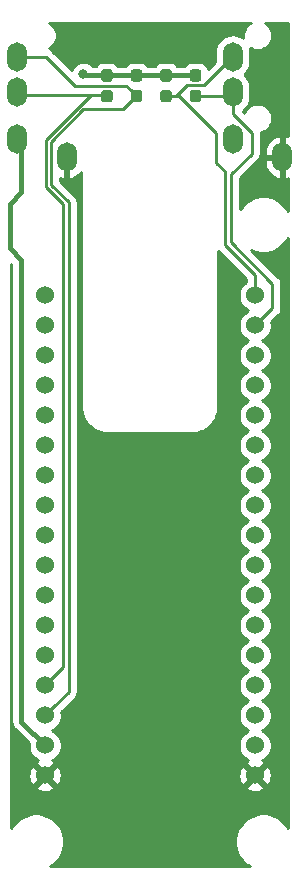
<source format=gbl>
G04 #@! TF.GenerationSoftware,KiCad,Pcbnew,(5.1.0-0)*
G04 #@! TF.CreationDate,2019-06-09T21:10:29+02:00*
G04 #@! TF.ProjectId,blackpill-pendant,626c6163-6b70-4696-9c6c-2d70656e6461,rev?*
G04 #@! TF.SameCoordinates,Original*
G04 #@! TF.FileFunction,Copper,L2,Bot*
G04 #@! TF.FilePolarity,Positive*
%FSLAX46Y46*%
G04 Gerber Fmt 4.6, Leading zero omitted, Abs format (unit mm)*
G04 Created by KiCad (PCBNEW (5.1.0-0)) date 2019-06-09 21:10:29*
%MOMM*%
%LPD*%
G04 APERTURE LIST*
%ADD10O,1.700000X2.500000*%
%ADD11C,0.100000*%
%ADD12C,0.950000*%
%ADD13C,1.524000*%
%ADD14C,0.800000*%
%ADD15C,0.250000*%
%ADD16C,0.400000*%
%ADD17C,0.254000*%
G04 APERTURE END LIST*
D10*
X100850000Y-63300000D03*
X96650000Y-61800000D03*
X96650000Y-57800000D03*
X96650000Y-54800000D03*
X82600000Y-63300000D03*
X78400000Y-61800000D03*
X78400000Y-57800000D03*
X78400000Y-54800000D03*
D11*
G36*
X93760779Y-57601144D02*
G01*
X93783834Y-57604563D01*
X93806443Y-57610227D01*
X93828387Y-57618079D01*
X93849457Y-57628044D01*
X93869448Y-57640026D01*
X93888168Y-57653910D01*
X93905438Y-57669562D01*
X93921090Y-57686832D01*
X93934974Y-57705552D01*
X93946956Y-57725543D01*
X93956921Y-57746613D01*
X93964773Y-57768557D01*
X93970437Y-57791166D01*
X93973856Y-57814221D01*
X93975000Y-57837500D01*
X93975000Y-58412500D01*
X93973856Y-58435779D01*
X93970437Y-58458834D01*
X93964773Y-58481443D01*
X93956921Y-58503387D01*
X93946956Y-58524457D01*
X93934974Y-58544448D01*
X93921090Y-58563168D01*
X93905438Y-58580438D01*
X93888168Y-58596090D01*
X93869448Y-58609974D01*
X93849457Y-58621956D01*
X93828387Y-58631921D01*
X93806443Y-58639773D01*
X93783834Y-58645437D01*
X93760779Y-58648856D01*
X93737500Y-58650000D01*
X93262500Y-58650000D01*
X93239221Y-58648856D01*
X93216166Y-58645437D01*
X93193557Y-58639773D01*
X93171613Y-58631921D01*
X93150543Y-58621956D01*
X93130552Y-58609974D01*
X93111832Y-58596090D01*
X93094562Y-58580438D01*
X93078910Y-58563168D01*
X93065026Y-58544448D01*
X93053044Y-58524457D01*
X93043079Y-58503387D01*
X93035227Y-58481443D01*
X93029563Y-58458834D01*
X93026144Y-58435779D01*
X93025000Y-58412500D01*
X93025000Y-57837500D01*
X93026144Y-57814221D01*
X93029563Y-57791166D01*
X93035227Y-57768557D01*
X93043079Y-57746613D01*
X93053044Y-57725543D01*
X93065026Y-57705552D01*
X93078910Y-57686832D01*
X93094562Y-57669562D01*
X93111832Y-57653910D01*
X93130552Y-57640026D01*
X93150543Y-57628044D01*
X93171613Y-57618079D01*
X93193557Y-57610227D01*
X93216166Y-57604563D01*
X93239221Y-57601144D01*
X93262500Y-57600000D01*
X93737500Y-57600000D01*
X93760779Y-57601144D01*
X93760779Y-57601144D01*
G37*
D12*
X93500000Y-58125000D03*
D11*
G36*
X93760779Y-55851144D02*
G01*
X93783834Y-55854563D01*
X93806443Y-55860227D01*
X93828387Y-55868079D01*
X93849457Y-55878044D01*
X93869448Y-55890026D01*
X93888168Y-55903910D01*
X93905438Y-55919562D01*
X93921090Y-55936832D01*
X93934974Y-55955552D01*
X93946956Y-55975543D01*
X93956921Y-55996613D01*
X93964773Y-56018557D01*
X93970437Y-56041166D01*
X93973856Y-56064221D01*
X93975000Y-56087500D01*
X93975000Y-56662500D01*
X93973856Y-56685779D01*
X93970437Y-56708834D01*
X93964773Y-56731443D01*
X93956921Y-56753387D01*
X93946956Y-56774457D01*
X93934974Y-56794448D01*
X93921090Y-56813168D01*
X93905438Y-56830438D01*
X93888168Y-56846090D01*
X93869448Y-56859974D01*
X93849457Y-56871956D01*
X93828387Y-56881921D01*
X93806443Y-56889773D01*
X93783834Y-56895437D01*
X93760779Y-56898856D01*
X93737500Y-56900000D01*
X93262500Y-56900000D01*
X93239221Y-56898856D01*
X93216166Y-56895437D01*
X93193557Y-56889773D01*
X93171613Y-56881921D01*
X93150543Y-56871956D01*
X93130552Y-56859974D01*
X93111832Y-56846090D01*
X93094562Y-56830438D01*
X93078910Y-56813168D01*
X93065026Y-56794448D01*
X93053044Y-56774457D01*
X93043079Y-56753387D01*
X93035227Y-56731443D01*
X93029563Y-56708834D01*
X93026144Y-56685779D01*
X93025000Y-56662500D01*
X93025000Y-56087500D01*
X93026144Y-56064221D01*
X93029563Y-56041166D01*
X93035227Y-56018557D01*
X93043079Y-55996613D01*
X93053044Y-55975543D01*
X93065026Y-55955552D01*
X93078910Y-55936832D01*
X93094562Y-55919562D01*
X93111832Y-55903910D01*
X93130552Y-55890026D01*
X93150543Y-55878044D01*
X93171613Y-55868079D01*
X93193557Y-55860227D01*
X93216166Y-55854563D01*
X93239221Y-55851144D01*
X93262500Y-55850000D01*
X93737500Y-55850000D01*
X93760779Y-55851144D01*
X93760779Y-55851144D01*
G37*
D12*
X93500000Y-56375000D03*
D11*
G36*
X91260779Y-57601144D02*
G01*
X91283834Y-57604563D01*
X91306443Y-57610227D01*
X91328387Y-57618079D01*
X91349457Y-57628044D01*
X91369448Y-57640026D01*
X91388168Y-57653910D01*
X91405438Y-57669562D01*
X91421090Y-57686832D01*
X91434974Y-57705552D01*
X91446956Y-57725543D01*
X91456921Y-57746613D01*
X91464773Y-57768557D01*
X91470437Y-57791166D01*
X91473856Y-57814221D01*
X91475000Y-57837500D01*
X91475000Y-58412500D01*
X91473856Y-58435779D01*
X91470437Y-58458834D01*
X91464773Y-58481443D01*
X91456921Y-58503387D01*
X91446956Y-58524457D01*
X91434974Y-58544448D01*
X91421090Y-58563168D01*
X91405438Y-58580438D01*
X91388168Y-58596090D01*
X91369448Y-58609974D01*
X91349457Y-58621956D01*
X91328387Y-58631921D01*
X91306443Y-58639773D01*
X91283834Y-58645437D01*
X91260779Y-58648856D01*
X91237500Y-58650000D01*
X90762500Y-58650000D01*
X90739221Y-58648856D01*
X90716166Y-58645437D01*
X90693557Y-58639773D01*
X90671613Y-58631921D01*
X90650543Y-58621956D01*
X90630552Y-58609974D01*
X90611832Y-58596090D01*
X90594562Y-58580438D01*
X90578910Y-58563168D01*
X90565026Y-58544448D01*
X90553044Y-58524457D01*
X90543079Y-58503387D01*
X90535227Y-58481443D01*
X90529563Y-58458834D01*
X90526144Y-58435779D01*
X90525000Y-58412500D01*
X90525000Y-57837500D01*
X90526144Y-57814221D01*
X90529563Y-57791166D01*
X90535227Y-57768557D01*
X90543079Y-57746613D01*
X90553044Y-57725543D01*
X90565026Y-57705552D01*
X90578910Y-57686832D01*
X90594562Y-57669562D01*
X90611832Y-57653910D01*
X90630552Y-57640026D01*
X90650543Y-57628044D01*
X90671613Y-57618079D01*
X90693557Y-57610227D01*
X90716166Y-57604563D01*
X90739221Y-57601144D01*
X90762500Y-57600000D01*
X91237500Y-57600000D01*
X91260779Y-57601144D01*
X91260779Y-57601144D01*
G37*
D12*
X91000000Y-58125000D03*
D11*
G36*
X91260779Y-55851144D02*
G01*
X91283834Y-55854563D01*
X91306443Y-55860227D01*
X91328387Y-55868079D01*
X91349457Y-55878044D01*
X91369448Y-55890026D01*
X91388168Y-55903910D01*
X91405438Y-55919562D01*
X91421090Y-55936832D01*
X91434974Y-55955552D01*
X91446956Y-55975543D01*
X91456921Y-55996613D01*
X91464773Y-56018557D01*
X91470437Y-56041166D01*
X91473856Y-56064221D01*
X91475000Y-56087500D01*
X91475000Y-56662500D01*
X91473856Y-56685779D01*
X91470437Y-56708834D01*
X91464773Y-56731443D01*
X91456921Y-56753387D01*
X91446956Y-56774457D01*
X91434974Y-56794448D01*
X91421090Y-56813168D01*
X91405438Y-56830438D01*
X91388168Y-56846090D01*
X91369448Y-56859974D01*
X91349457Y-56871956D01*
X91328387Y-56881921D01*
X91306443Y-56889773D01*
X91283834Y-56895437D01*
X91260779Y-56898856D01*
X91237500Y-56900000D01*
X90762500Y-56900000D01*
X90739221Y-56898856D01*
X90716166Y-56895437D01*
X90693557Y-56889773D01*
X90671613Y-56881921D01*
X90650543Y-56871956D01*
X90630552Y-56859974D01*
X90611832Y-56846090D01*
X90594562Y-56830438D01*
X90578910Y-56813168D01*
X90565026Y-56794448D01*
X90553044Y-56774457D01*
X90543079Y-56753387D01*
X90535227Y-56731443D01*
X90529563Y-56708834D01*
X90526144Y-56685779D01*
X90525000Y-56662500D01*
X90525000Y-56087500D01*
X90526144Y-56064221D01*
X90529563Y-56041166D01*
X90535227Y-56018557D01*
X90543079Y-55996613D01*
X90553044Y-55975543D01*
X90565026Y-55955552D01*
X90578910Y-55936832D01*
X90594562Y-55919562D01*
X90611832Y-55903910D01*
X90630552Y-55890026D01*
X90650543Y-55878044D01*
X90671613Y-55868079D01*
X90693557Y-55860227D01*
X90716166Y-55854563D01*
X90739221Y-55851144D01*
X90762500Y-55850000D01*
X91237500Y-55850000D01*
X91260779Y-55851144D01*
X91260779Y-55851144D01*
G37*
D12*
X91000000Y-56375000D03*
D11*
G36*
X86260779Y-57601144D02*
G01*
X86283834Y-57604563D01*
X86306443Y-57610227D01*
X86328387Y-57618079D01*
X86349457Y-57628044D01*
X86369448Y-57640026D01*
X86388168Y-57653910D01*
X86405438Y-57669562D01*
X86421090Y-57686832D01*
X86434974Y-57705552D01*
X86446956Y-57725543D01*
X86456921Y-57746613D01*
X86464773Y-57768557D01*
X86470437Y-57791166D01*
X86473856Y-57814221D01*
X86475000Y-57837500D01*
X86475000Y-58412500D01*
X86473856Y-58435779D01*
X86470437Y-58458834D01*
X86464773Y-58481443D01*
X86456921Y-58503387D01*
X86446956Y-58524457D01*
X86434974Y-58544448D01*
X86421090Y-58563168D01*
X86405438Y-58580438D01*
X86388168Y-58596090D01*
X86369448Y-58609974D01*
X86349457Y-58621956D01*
X86328387Y-58631921D01*
X86306443Y-58639773D01*
X86283834Y-58645437D01*
X86260779Y-58648856D01*
X86237500Y-58650000D01*
X85762500Y-58650000D01*
X85739221Y-58648856D01*
X85716166Y-58645437D01*
X85693557Y-58639773D01*
X85671613Y-58631921D01*
X85650543Y-58621956D01*
X85630552Y-58609974D01*
X85611832Y-58596090D01*
X85594562Y-58580438D01*
X85578910Y-58563168D01*
X85565026Y-58544448D01*
X85553044Y-58524457D01*
X85543079Y-58503387D01*
X85535227Y-58481443D01*
X85529563Y-58458834D01*
X85526144Y-58435779D01*
X85525000Y-58412500D01*
X85525000Y-57837500D01*
X85526144Y-57814221D01*
X85529563Y-57791166D01*
X85535227Y-57768557D01*
X85543079Y-57746613D01*
X85553044Y-57725543D01*
X85565026Y-57705552D01*
X85578910Y-57686832D01*
X85594562Y-57669562D01*
X85611832Y-57653910D01*
X85630552Y-57640026D01*
X85650543Y-57628044D01*
X85671613Y-57618079D01*
X85693557Y-57610227D01*
X85716166Y-57604563D01*
X85739221Y-57601144D01*
X85762500Y-57600000D01*
X86237500Y-57600000D01*
X86260779Y-57601144D01*
X86260779Y-57601144D01*
G37*
D12*
X86000000Y-58125000D03*
D11*
G36*
X86260779Y-55851144D02*
G01*
X86283834Y-55854563D01*
X86306443Y-55860227D01*
X86328387Y-55868079D01*
X86349457Y-55878044D01*
X86369448Y-55890026D01*
X86388168Y-55903910D01*
X86405438Y-55919562D01*
X86421090Y-55936832D01*
X86434974Y-55955552D01*
X86446956Y-55975543D01*
X86456921Y-55996613D01*
X86464773Y-56018557D01*
X86470437Y-56041166D01*
X86473856Y-56064221D01*
X86475000Y-56087500D01*
X86475000Y-56662500D01*
X86473856Y-56685779D01*
X86470437Y-56708834D01*
X86464773Y-56731443D01*
X86456921Y-56753387D01*
X86446956Y-56774457D01*
X86434974Y-56794448D01*
X86421090Y-56813168D01*
X86405438Y-56830438D01*
X86388168Y-56846090D01*
X86369448Y-56859974D01*
X86349457Y-56871956D01*
X86328387Y-56881921D01*
X86306443Y-56889773D01*
X86283834Y-56895437D01*
X86260779Y-56898856D01*
X86237500Y-56900000D01*
X85762500Y-56900000D01*
X85739221Y-56898856D01*
X85716166Y-56895437D01*
X85693557Y-56889773D01*
X85671613Y-56881921D01*
X85650543Y-56871956D01*
X85630552Y-56859974D01*
X85611832Y-56846090D01*
X85594562Y-56830438D01*
X85578910Y-56813168D01*
X85565026Y-56794448D01*
X85553044Y-56774457D01*
X85543079Y-56753387D01*
X85535227Y-56731443D01*
X85529563Y-56708834D01*
X85526144Y-56685779D01*
X85525000Y-56662500D01*
X85525000Y-56087500D01*
X85526144Y-56064221D01*
X85529563Y-56041166D01*
X85535227Y-56018557D01*
X85543079Y-55996613D01*
X85553044Y-55975543D01*
X85565026Y-55955552D01*
X85578910Y-55936832D01*
X85594562Y-55919562D01*
X85611832Y-55903910D01*
X85630552Y-55890026D01*
X85650543Y-55878044D01*
X85671613Y-55868079D01*
X85693557Y-55860227D01*
X85716166Y-55854563D01*
X85739221Y-55851144D01*
X85762500Y-55850000D01*
X86237500Y-55850000D01*
X86260779Y-55851144D01*
X86260779Y-55851144D01*
G37*
D12*
X86000000Y-56375000D03*
D11*
G36*
X88760779Y-57601144D02*
G01*
X88783834Y-57604563D01*
X88806443Y-57610227D01*
X88828387Y-57618079D01*
X88849457Y-57628044D01*
X88869448Y-57640026D01*
X88888168Y-57653910D01*
X88905438Y-57669562D01*
X88921090Y-57686832D01*
X88934974Y-57705552D01*
X88946956Y-57725543D01*
X88956921Y-57746613D01*
X88964773Y-57768557D01*
X88970437Y-57791166D01*
X88973856Y-57814221D01*
X88975000Y-57837500D01*
X88975000Y-58412500D01*
X88973856Y-58435779D01*
X88970437Y-58458834D01*
X88964773Y-58481443D01*
X88956921Y-58503387D01*
X88946956Y-58524457D01*
X88934974Y-58544448D01*
X88921090Y-58563168D01*
X88905438Y-58580438D01*
X88888168Y-58596090D01*
X88869448Y-58609974D01*
X88849457Y-58621956D01*
X88828387Y-58631921D01*
X88806443Y-58639773D01*
X88783834Y-58645437D01*
X88760779Y-58648856D01*
X88737500Y-58650000D01*
X88262500Y-58650000D01*
X88239221Y-58648856D01*
X88216166Y-58645437D01*
X88193557Y-58639773D01*
X88171613Y-58631921D01*
X88150543Y-58621956D01*
X88130552Y-58609974D01*
X88111832Y-58596090D01*
X88094562Y-58580438D01*
X88078910Y-58563168D01*
X88065026Y-58544448D01*
X88053044Y-58524457D01*
X88043079Y-58503387D01*
X88035227Y-58481443D01*
X88029563Y-58458834D01*
X88026144Y-58435779D01*
X88025000Y-58412500D01*
X88025000Y-57837500D01*
X88026144Y-57814221D01*
X88029563Y-57791166D01*
X88035227Y-57768557D01*
X88043079Y-57746613D01*
X88053044Y-57725543D01*
X88065026Y-57705552D01*
X88078910Y-57686832D01*
X88094562Y-57669562D01*
X88111832Y-57653910D01*
X88130552Y-57640026D01*
X88150543Y-57628044D01*
X88171613Y-57618079D01*
X88193557Y-57610227D01*
X88216166Y-57604563D01*
X88239221Y-57601144D01*
X88262500Y-57600000D01*
X88737500Y-57600000D01*
X88760779Y-57601144D01*
X88760779Y-57601144D01*
G37*
D12*
X88500000Y-58125000D03*
D11*
G36*
X88760779Y-55851144D02*
G01*
X88783834Y-55854563D01*
X88806443Y-55860227D01*
X88828387Y-55868079D01*
X88849457Y-55878044D01*
X88869448Y-55890026D01*
X88888168Y-55903910D01*
X88905438Y-55919562D01*
X88921090Y-55936832D01*
X88934974Y-55955552D01*
X88946956Y-55975543D01*
X88956921Y-55996613D01*
X88964773Y-56018557D01*
X88970437Y-56041166D01*
X88973856Y-56064221D01*
X88975000Y-56087500D01*
X88975000Y-56662500D01*
X88973856Y-56685779D01*
X88970437Y-56708834D01*
X88964773Y-56731443D01*
X88956921Y-56753387D01*
X88946956Y-56774457D01*
X88934974Y-56794448D01*
X88921090Y-56813168D01*
X88905438Y-56830438D01*
X88888168Y-56846090D01*
X88869448Y-56859974D01*
X88849457Y-56871956D01*
X88828387Y-56881921D01*
X88806443Y-56889773D01*
X88783834Y-56895437D01*
X88760779Y-56898856D01*
X88737500Y-56900000D01*
X88262500Y-56900000D01*
X88239221Y-56898856D01*
X88216166Y-56895437D01*
X88193557Y-56889773D01*
X88171613Y-56881921D01*
X88150543Y-56871956D01*
X88130552Y-56859974D01*
X88111832Y-56846090D01*
X88094562Y-56830438D01*
X88078910Y-56813168D01*
X88065026Y-56794448D01*
X88053044Y-56774457D01*
X88043079Y-56753387D01*
X88035227Y-56731443D01*
X88029563Y-56708834D01*
X88026144Y-56685779D01*
X88025000Y-56662500D01*
X88025000Y-56087500D01*
X88026144Y-56064221D01*
X88029563Y-56041166D01*
X88035227Y-56018557D01*
X88043079Y-55996613D01*
X88053044Y-55975543D01*
X88065026Y-55955552D01*
X88078910Y-55936832D01*
X88094562Y-55919562D01*
X88111832Y-55903910D01*
X88130552Y-55890026D01*
X88150543Y-55878044D01*
X88171613Y-55868079D01*
X88193557Y-55860227D01*
X88216166Y-55854563D01*
X88239221Y-55851144D01*
X88262500Y-55850000D01*
X88737500Y-55850000D01*
X88760779Y-55851144D01*
X88760779Y-55851144D01*
G37*
D12*
X88500000Y-56375000D03*
D13*
X80760000Y-75005001D03*
X80760000Y-77545001D03*
X80760000Y-80085001D03*
X80760000Y-82625001D03*
X80760000Y-85165001D03*
X80760000Y-87705001D03*
X80760000Y-90245001D03*
X80760000Y-92785001D03*
X80760000Y-95325001D03*
X80760000Y-97865001D03*
X80760000Y-100405001D03*
X80760000Y-102945001D03*
X80760000Y-105485001D03*
X80760000Y-108025001D03*
X80760000Y-110565001D03*
X80760000Y-113105001D03*
X80760000Y-115645001D03*
X98540000Y-115645001D03*
X98540000Y-113105001D03*
X98540000Y-110565001D03*
X98540000Y-108025001D03*
X98540000Y-105485001D03*
X98540000Y-102945001D03*
X98540000Y-100405001D03*
X98540000Y-97865001D03*
X98540000Y-95325001D03*
X98540000Y-92785001D03*
X98540000Y-90245001D03*
X98540000Y-87705001D03*
X98540000Y-85165001D03*
X98540000Y-82625001D03*
X98540000Y-80085001D03*
X98540000Y-77545001D03*
X98540000Y-75005001D03*
D14*
X89750000Y-53000000D03*
X84000000Y-56249998D03*
D15*
X87649990Y-57274990D02*
X88000928Y-57625928D01*
X88000928Y-57625928D02*
X88500000Y-58125000D01*
X83274990Y-57274990D02*
X87649990Y-57274990D01*
X80800000Y-54800000D02*
X83274990Y-57274990D01*
X78400000Y-54800000D02*
X80800000Y-54800000D01*
X81250000Y-65613590D02*
X82750000Y-67113589D01*
X87375000Y-59250000D02*
X84000000Y-59250000D01*
X81521999Y-109803002D02*
X80760000Y-110565001D01*
X82750000Y-108575001D02*
X81521999Y-109803002D01*
X88500000Y-58125000D02*
X87375000Y-59250000D01*
X81250000Y-62000000D02*
X81250000Y-65613590D01*
X84000000Y-59250000D02*
X81250000Y-62000000D01*
X82750000Y-67113589D02*
X82750000Y-108575001D01*
X85875000Y-58000000D02*
X86000000Y-58125000D01*
X78600000Y-58000000D02*
X85875000Y-58000000D01*
X78400000Y-57800000D02*
X78600000Y-58000000D01*
X81521999Y-107263002D02*
X80760000Y-108025001D01*
X80799989Y-65799989D02*
X82299989Y-67299989D01*
X84613590Y-58000000D02*
X80799989Y-61813600D01*
X82299989Y-67299989D02*
X82299989Y-106485012D01*
X80799989Y-61813600D02*
X80799989Y-65799989D01*
X85875000Y-58000000D02*
X84613590Y-58000000D01*
X82299989Y-106485012D02*
X81521999Y-107263002D01*
X96000000Y-55450000D02*
X96650000Y-54800000D01*
X94224990Y-57225010D02*
X96000000Y-55450000D01*
X92774990Y-57225010D02*
X94224990Y-57225010D01*
X91875000Y-58125000D02*
X92774990Y-57225010D01*
X91000000Y-58125000D02*
X91875000Y-58125000D01*
X91575000Y-58125000D02*
X91000000Y-58125000D01*
X95250000Y-61250000D02*
X92125000Y-58125000D01*
X95250000Y-63750000D02*
X95250000Y-61250000D01*
X96000000Y-70750000D02*
X96000000Y-64500000D01*
X96000000Y-64500000D02*
X95250000Y-63750000D01*
X98540000Y-73290000D02*
X96000000Y-70750000D01*
X92125000Y-58125000D02*
X91575000Y-58125000D01*
X98540000Y-75005001D02*
X98540000Y-73290000D01*
X96325000Y-58125000D02*
X96650000Y-57800000D01*
X93500000Y-58125000D02*
X96325000Y-58125000D01*
X96650000Y-59300000D02*
X96650000Y-57800000D01*
X98250000Y-61250000D02*
X96650000Y-59650000D01*
X96500000Y-64750000D02*
X98250000Y-63000000D01*
X96500000Y-70500000D02*
X96500000Y-64750000D01*
X98540000Y-77545001D02*
X100000000Y-76085001D01*
X98250000Y-63000000D02*
X98250000Y-61250000D01*
X100000000Y-74000000D02*
X96500000Y-70500000D01*
X100000000Y-76085001D02*
X100000000Y-74000000D01*
X96650000Y-59650000D02*
X96650000Y-59300000D01*
D16*
X86000000Y-56375000D02*
X88500000Y-56375000D01*
X88500000Y-56375000D02*
X91000000Y-56375000D01*
X91000000Y-56375000D02*
X93500000Y-56375000D01*
X86000000Y-56375000D02*
X84125002Y-56375000D01*
X84125002Y-56375000D02*
X84000000Y-56249998D01*
X78750000Y-111095001D02*
X80760000Y-113105001D01*
X78750000Y-72000000D02*
X78750000Y-111095001D01*
X77750000Y-67250000D02*
X77750000Y-71000000D01*
X77750000Y-71000000D02*
X78750000Y-72000000D01*
X78750000Y-66250000D02*
X77750000Y-67250000D01*
X78750000Y-62150000D02*
X78750000Y-66250000D01*
X78400000Y-61800000D02*
X78750000Y-62150000D01*
D17*
G36*
X82727000Y-63173000D02*
G01*
X82747000Y-63173000D01*
X82747000Y-63427000D01*
X82727000Y-63427000D01*
X82727000Y-65020155D01*
X82956890Y-65141476D01*
X83050953Y-65120563D01*
X83319426Y-65005291D01*
X83560252Y-64839857D01*
X83764176Y-64630619D01*
X83840001Y-64513917D01*
X83840000Y-84532418D01*
X83842818Y-84561027D01*
X83842753Y-84570288D01*
X83843652Y-84579460D01*
X83874252Y-84870605D01*
X83886283Y-84929217D01*
X83897489Y-84987963D01*
X83900153Y-84996784D01*
X83986721Y-85276440D01*
X84009899Y-85331578D01*
X84032311Y-85387050D01*
X84036638Y-85395186D01*
X84175877Y-85652702D01*
X84209304Y-85702259D01*
X84242080Y-85752347D01*
X84247905Y-85759488D01*
X84434510Y-85985056D01*
X84476965Y-86027215D01*
X84518809Y-86069945D01*
X84525909Y-86075819D01*
X84752773Y-86260845D01*
X84802566Y-86293927D01*
X84851955Y-86327745D01*
X84860061Y-86332127D01*
X85118542Y-86469564D01*
X85173836Y-86492355D01*
X85228829Y-86515925D01*
X85237632Y-86518650D01*
X85517887Y-86603264D01*
X85576564Y-86614882D01*
X85635079Y-86627320D01*
X85644242Y-86628283D01*
X85644244Y-86628283D01*
X85935596Y-86656850D01*
X85935598Y-86656850D01*
X85967581Y-86660000D01*
X93282419Y-86660000D01*
X93311028Y-86657182D01*
X93320288Y-86657247D01*
X93329460Y-86656348D01*
X93620605Y-86625748D01*
X93679217Y-86613717D01*
X93737963Y-86602511D01*
X93746784Y-86599847D01*
X94026440Y-86513279D01*
X94081578Y-86490101D01*
X94137050Y-86467689D01*
X94145181Y-86463365D01*
X94145185Y-86463363D01*
X94145188Y-86463361D01*
X94402702Y-86324123D01*
X94452259Y-86290696D01*
X94502347Y-86257920D01*
X94509488Y-86252095D01*
X94735056Y-86065490D01*
X94777215Y-86023035D01*
X94819945Y-85981191D01*
X94825819Y-85974091D01*
X95010845Y-85747227D01*
X95043927Y-85697434D01*
X95077745Y-85648045D01*
X95082127Y-85639939D01*
X95219564Y-85381458D01*
X95242355Y-85326164D01*
X95265925Y-85271171D01*
X95268650Y-85262368D01*
X95353264Y-84982113D01*
X95364882Y-84923436D01*
X95377320Y-84864921D01*
X95378283Y-84855756D01*
X95406850Y-84564404D01*
X95406850Y-84564402D01*
X95410000Y-84532419D01*
X95410000Y-71229076D01*
X95459999Y-71290001D01*
X95489003Y-71313804D01*
X97780001Y-73604804D01*
X97780001Y-73832660D01*
X97649465Y-73919881D01*
X97454880Y-74114466D01*
X97301995Y-74343274D01*
X97196686Y-74597511D01*
X97143000Y-74867409D01*
X97143000Y-75142593D01*
X97196686Y-75412491D01*
X97301995Y-75666728D01*
X97454880Y-75895536D01*
X97649465Y-76090121D01*
X97878273Y-76243006D01*
X97955515Y-76275001D01*
X97878273Y-76306996D01*
X97649465Y-76459881D01*
X97454880Y-76654466D01*
X97301995Y-76883274D01*
X97196686Y-77137511D01*
X97143000Y-77407409D01*
X97143000Y-77682593D01*
X97196686Y-77952491D01*
X97301995Y-78206728D01*
X97454880Y-78435536D01*
X97649465Y-78630121D01*
X97878273Y-78783006D01*
X97955515Y-78815001D01*
X97878273Y-78846996D01*
X97649465Y-78999881D01*
X97454880Y-79194466D01*
X97301995Y-79423274D01*
X97196686Y-79677511D01*
X97143000Y-79947409D01*
X97143000Y-80222593D01*
X97196686Y-80492491D01*
X97301995Y-80746728D01*
X97454880Y-80975536D01*
X97649465Y-81170121D01*
X97878273Y-81323006D01*
X97955515Y-81355001D01*
X97878273Y-81386996D01*
X97649465Y-81539881D01*
X97454880Y-81734466D01*
X97301995Y-81963274D01*
X97196686Y-82217511D01*
X97143000Y-82487409D01*
X97143000Y-82762593D01*
X97196686Y-83032491D01*
X97301995Y-83286728D01*
X97454880Y-83515536D01*
X97649465Y-83710121D01*
X97878273Y-83863006D01*
X97955515Y-83895001D01*
X97878273Y-83926996D01*
X97649465Y-84079881D01*
X97454880Y-84274466D01*
X97301995Y-84503274D01*
X97196686Y-84757511D01*
X97143000Y-85027409D01*
X97143000Y-85302593D01*
X97196686Y-85572491D01*
X97301995Y-85826728D01*
X97454880Y-86055536D01*
X97649465Y-86250121D01*
X97878273Y-86403006D01*
X97955515Y-86435001D01*
X97878273Y-86466996D01*
X97649465Y-86619881D01*
X97454880Y-86814466D01*
X97301995Y-87043274D01*
X97196686Y-87297511D01*
X97143000Y-87567409D01*
X97143000Y-87842593D01*
X97196686Y-88112491D01*
X97301995Y-88366728D01*
X97454880Y-88595536D01*
X97649465Y-88790121D01*
X97878273Y-88943006D01*
X97955515Y-88975001D01*
X97878273Y-89006996D01*
X97649465Y-89159881D01*
X97454880Y-89354466D01*
X97301995Y-89583274D01*
X97196686Y-89837511D01*
X97143000Y-90107409D01*
X97143000Y-90382593D01*
X97196686Y-90652491D01*
X97301995Y-90906728D01*
X97454880Y-91135536D01*
X97649465Y-91330121D01*
X97878273Y-91483006D01*
X97955515Y-91515001D01*
X97878273Y-91546996D01*
X97649465Y-91699881D01*
X97454880Y-91894466D01*
X97301995Y-92123274D01*
X97196686Y-92377511D01*
X97143000Y-92647409D01*
X97143000Y-92922593D01*
X97196686Y-93192491D01*
X97301995Y-93446728D01*
X97454880Y-93675536D01*
X97649465Y-93870121D01*
X97878273Y-94023006D01*
X97955515Y-94055001D01*
X97878273Y-94086996D01*
X97649465Y-94239881D01*
X97454880Y-94434466D01*
X97301995Y-94663274D01*
X97196686Y-94917511D01*
X97143000Y-95187409D01*
X97143000Y-95462593D01*
X97196686Y-95732491D01*
X97301995Y-95986728D01*
X97454880Y-96215536D01*
X97649465Y-96410121D01*
X97878273Y-96563006D01*
X97955515Y-96595001D01*
X97878273Y-96626996D01*
X97649465Y-96779881D01*
X97454880Y-96974466D01*
X97301995Y-97203274D01*
X97196686Y-97457511D01*
X97143000Y-97727409D01*
X97143000Y-98002593D01*
X97196686Y-98272491D01*
X97301995Y-98526728D01*
X97454880Y-98755536D01*
X97649465Y-98950121D01*
X97878273Y-99103006D01*
X97955515Y-99135001D01*
X97878273Y-99166996D01*
X97649465Y-99319881D01*
X97454880Y-99514466D01*
X97301995Y-99743274D01*
X97196686Y-99997511D01*
X97143000Y-100267409D01*
X97143000Y-100542593D01*
X97196686Y-100812491D01*
X97301995Y-101066728D01*
X97454880Y-101295536D01*
X97649465Y-101490121D01*
X97878273Y-101643006D01*
X97955515Y-101675001D01*
X97878273Y-101706996D01*
X97649465Y-101859881D01*
X97454880Y-102054466D01*
X97301995Y-102283274D01*
X97196686Y-102537511D01*
X97143000Y-102807409D01*
X97143000Y-103082593D01*
X97196686Y-103352491D01*
X97301995Y-103606728D01*
X97454880Y-103835536D01*
X97649465Y-104030121D01*
X97878273Y-104183006D01*
X97955515Y-104215001D01*
X97878273Y-104246996D01*
X97649465Y-104399881D01*
X97454880Y-104594466D01*
X97301995Y-104823274D01*
X97196686Y-105077511D01*
X97143000Y-105347409D01*
X97143000Y-105622593D01*
X97196686Y-105892491D01*
X97301995Y-106146728D01*
X97454880Y-106375536D01*
X97649465Y-106570121D01*
X97878273Y-106723006D01*
X97955515Y-106755001D01*
X97878273Y-106786996D01*
X97649465Y-106939881D01*
X97454880Y-107134466D01*
X97301995Y-107363274D01*
X97196686Y-107617511D01*
X97143000Y-107887409D01*
X97143000Y-108162593D01*
X97196686Y-108432491D01*
X97301995Y-108686728D01*
X97454880Y-108915536D01*
X97649465Y-109110121D01*
X97878273Y-109263006D01*
X97955515Y-109295001D01*
X97878273Y-109326996D01*
X97649465Y-109479881D01*
X97454880Y-109674466D01*
X97301995Y-109903274D01*
X97196686Y-110157511D01*
X97143000Y-110427409D01*
X97143000Y-110702593D01*
X97196686Y-110972491D01*
X97301995Y-111226728D01*
X97454880Y-111455536D01*
X97649465Y-111650121D01*
X97878273Y-111803006D01*
X97955515Y-111835001D01*
X97878273Y-111866996D01*
X97649465Y-112019881D01*
X97454880Y-112214466D01*
X97301995Y-112443274D01*
X97196686Y-112697511D01*
X97143000Y-112967409D01*
X97143000Y-113242593D01*
X97196686Y-113512491D01*
X97301995Y-113766728D01*
X97454880Y-113995536D01*
X97649465Y-114190121D01*
X97878273Y-114343006D01*
X97949943Y-114372693D01*
X97936977Y-114377365D01*
X97821020Y-114439345D01*
X97754040Y-114679436D01*
X98540000Y-115465396D01*
X99325960Y-114679436D01*
X99258980Y-114439345D01*
X99123240Y-114375516D01*
X99201727Y-114343006D01*
X99430535Y-114190121D01*
X99625120Y-113995536D01*
X99778005Y-113766728D01*
X99883314Y-113512491D01*
X99937000Y-113242593D01*
X99937000Y-112967409D01*
X99883314Y-112697511D01*
X99778005Y-112443274D01*
X99625120Y-112214466D01*
X99430535Y-112019881D01*
X99201727Y-111866996D01*
X99124485Y-111835001D01*
X99201727Y-111803006D01*
X99430535Y-111650121D01*
X99625120Y-111455536D01*
X99778005Y-111226728D01*
X99883314Y-110972491D01*
X99937000Y-110702593D01*
X99937000Y-110427409D01*
X99883314Y-110157511D01*
X99778005Y-109903274D01*
X99625120Y-109674466D01*
X99430535Y-109479881D01*
X99201727Y-109326996D01*
X99124485Y-109295001D01*
X99201727Y-109263006D01*
X99430535Y-109110121D01*
X99625120Y-108915536D01*
X99778005Y-108686728D01*
X99883314Y-108432491D01*
X99937000Y-108162593D01*
X99937000Y-107887409D01*
X99883314Y-107617511D01*
X99778005Y-107363274D01*
X99625120Y-107134466D01*
X99430535Y-106939881D01*
X99201727Y-106786996D01*
X99124485Y-106755001D01*
X99201727Y-106723006D01*
X99430535Y-106570121D01*
X99625120Y-106375536D01*
X99778005Y-106146728D01*
X99883314Y-105892491D01*
X99937000Y-105622593D01*
X99937000Y-105347409D01*
X99883314Y-105077511D01*
X99778005Y-104823274D01*
X99625120Y-104594466D01*
X99430535Y-104399881D01*
X99201727Y-104246996D01*
X99124485Y-104215001D01*
X99201727Y-104183006D01*
X99430535Y-104030121D01*
X99625120Y-103835536D01*
X99778005Y-103606728D01*
X99883314Y-103352491D01*
X99937000Y-103082593D01*
X99937000Y-102807409D01*
X99883314Y-102537511D01*
X99778005Y-102283274D01*
X99625120Y-102054466D01*
X99430535Y-101859881D01*
X99201727Y-101706996D01*
X99124485Y-101675001D01*
X99201727Y-101643006D01*
X99430535Y-101490121D01*
X99625120Y-101295536D01*
X99778005Y-101066728D01*
X99883314Y-100812491D01*
X99937000Y-100542593D01*
X99937000Y-100267409D01*
X99883314Y-99997511D01*
X99778005Y-99743274D01*
X99625120Y-99514466D01*
X99430535Y-99319881D01*
X99201727Y-99166996D01*
X99124485Y-99135001D01*
X99201727Y-99103006D01*
X99430535Y-98950121D01*
X99625120Y-98755536D01*
X99778005Y-98526728D01*
X99883314Y-98272491D01*
X99937000Y-98002593D01*
X99937000Y-97727409D01*
X99883314Y-97457511D01*
X99778005Y-97203274D01*
X99625120Y-96974466D01*
X99430535Y-96779881D01*
X99201727Y-96626996D01*
X99124485Y-96595001D01*
X99201727Y-96563006D01*
X99430535Y-96410121D01*
X99625120Y-96215536D01*
X99778005Y-95986728D01*
X99883314Y-95732491D01*
X99937000Y-95462593D01*
X99937000Y-95187409D01*
X99883314Y-94917511D01*
X99778005Y-94663274D01*
X99625120Y-94434466D01*
X99430535Y-94239881D01*
X99201727Y-94086996D01*
X99124485Y-94055001D01*
X99201727Y-94023006D01*
X99430535Y-93870121D01*
X99625120Y-93675536D01*
X99778005Y-93446728D01*
X99883314Y-93192491D01*
X99937000Y-92922593D01*
X99937000Y-92647409D01*
X99883314Y-92377511D01*
X99778005Y-92123274D01*
X99625120Y-91894466D01*
X99430535Y-91699881D01*
X99201727Y-91546996D01*
X99124485Y-91515001D01*
X99201727Y-91483006D01*
X99430535Y-91330121D01*
X99625120Y-91135536D01*
X99778005Y-90906728D01*
X99883314Y-90652491D01*
X99937000Y-90382593D01*
X99937000Y-90107409D01*
X99883314Y-89837511D01*
X99778005Y-89583274D01*
X99625120Y-89354466D01*
X99430535Y-89159881D01*
X99201727Y-89006996D01*
X99124485Y-88975001D01*
X99201727Y-88943006D01*
X99430535Y-88790121D01*
X99625120Y-88595536D01*
X99778005Y-88366728D01*
X99883314Y-88112491D01*
X99937000Y-87842593D01*
X99937000Y-87567409D01*
X99883314Y-87297511D01*
X99778005Y-87043274D01*
X99625120Y-86814466D01*
X99430535Y-86619881D01*
X99201727Y-86466996D01*
X99124485Y-86435001D01*
X99201727Y-86403006D01*
X99430535Y-86250121D01*
X99625120Y-86055536D01*
X99778005Y-85826728D01*
X99883314Y-85572491D01*
X99937000Y-85302593D01*
X99937000Y-85027409D01*
X99883314Y-84757511D01*
X99778005Y-84503274D01*
X99625120Y-84274466D01*
X99430535Y-84079881D01*
X99201727Y-83926996D01*
X99124485Y-83895001D01*
X99201727Y-83863006D01*
X99430535Y-83710121D01*
X99625120Y-83515536D01*
X99778005Y-83286728D01*
X99883314Y-83032491D01*
X99937000Y-82762593D01*
X99937000Y-82487409D01*
X99883314Y-82217511D01*
X99778005Y-81963274D01*
X99625120Y-81734466D01*
X99430535Y-81539881D01*
X99201727Y-81386996D01*
X99124485Y-81355001D01*
X99201727Y-81323006D01*
X99430535Y-81170121D01*
X99625120Y-80975536D01*
X99778005Y-80746728D01*
X99883314Y-80492491D01*
X99937000Y-80222593D01*
X99937000Y-79947409D01*
X99883314Y-79677511D01*
X99778005Y-79423274D01*
X99625120Y-79194466D01*
X99430535Y-78999881D01*
X99201727Y-78846996D01*
X99124485Y-78815001D01*
X99201727Y-78783006D01*
X99430535Y-78630121D01*
X99625120Y-78435536D01*
X99778005Y-78206728D01*
X99883314Y-77952491D01*
X99937000Y-77682593D01*
X99937000Y-77407409D01*
X99906372Y-77253431D01*
X100511004Y-76648799D01*
X100540001Y-76625002D01*
X100634974Y-76509277D01*
X100705546Y-76377248D01*
X100749003Y-76233987D01*
X100760000Y-76122334D01*
X100760000Y-76122324D01*
X100763676Y-76085001D01*
X100760000Y-76047678D01*
X100760000Y-74037322D01*
X100763676Y-73999999D01*
X100760000Y-73962676D01*
X100760000Y-73962667D01*
X100749003Y-73851014D01*
X100705546Y-73707753D01*
X100634974Y-73575724D01*
X100621811Y-73559685D01*
X100563799Y-73488996D01*
X100563795Y-73488992D01*
X100540001Y-73459999D01*
X100511008Y-73436205D01*
X98236503Y-71161702D01*
X98554321Y-71293346D01*
X99015098Y-71385000D01*
X99484902Y-71385000D01*
X99945679Y-71293346D01*
X100379721Y-71113560D01*
X100770349Y-70852550D01*
X101102550Y-70520349D01*
X101340001Y-70164980D01*
X101340000Y-120085019D01*
X101102550Y-119729651D01*
X100770349Y-119397450D01*
X100379721Y-119136440D01*
X99945679Y-118956654D01*
X99484902Y-118865000D01*
X99015098Y-118865000D01*
X98554321Y-118956654D01*
X98120279Y-119136440D01*
X97729651Y-119397450D01*
X97397450Y-119729651D01*
X97136440Y-120120279D01*
X96956654Y-120554321D01*
X96865000Y-121015098D01*
X96865000Y-121484902D01*
X96956654Y-121945679D01*
X97136440Y-122379721D01*
X97397450Y-122770349D01*
X97729651Y-123102550D01*
X98085019Y-123340000D01*
X81164981Y-123340000D01*
X81520349Y-123102550D01*
X81852550Y-122770349D01*
X82113560Y-122379721D01*
X82293346Y-121945679D01*
X82385000Y-121484902D01*
X82385000Y-121015098D01*
X82293346Y-120554321D01*
X82113560Y-120120279D01*
X81852550Y-119729651D01*
X81520349Y-119397450D01*
X81129721Y-119136440D01*
X80695679Y-118956654D01*
X80234902Y-118865000D01*
X79765098Y-118865000D01*
X79304321Y-118956654D01*
X78870279Y-119136440D01*
X78479651Y-119397450D01*
X78147450Y-119729651D01*
X77910000Y-120085019D01*
X77910000Y-116610566D01*
X79974040Y-116610566D01*
X80041020Y-116850657D01*
X80290048Y-116967757D01*
X80557135Y-117034024D01*
X80832017Y-117046911D01*
X81104133Y-117005923D01*
X81363023Y-116912637D01*
X81478980Y-116850657D01*
X81545960Y-116610566D01*
X97754040Y-116610566D01*
X97821020Y-116850657D01*
X98070048Y-116967757D01*
X98337135Y-117034024D01*
X98612017Y-117046911D01*
X98884133Y-117005923D01*
X99143023Y-116912637D01*
X99258980Y-116850657D01*
X99325960Y-116610566D01*
X98540000Y-115824606D01*
X97754040Y-116610566D01*
X81545960Y-116610566D01*
X80760000Y-115824606D01*
X79974040Y-116610566D01*
X77910000Y-116610566D01*
X77910000Y-115717018D01*
X79358090Y-115717018D01*
X79399078Y-115989134D01*
X79492364Y-116248024D01*
X79554344Y-116363981D01*
X79794435Y-116430961D01*
X80580395Y-115645001D01*
X80939605Y-115645001D01*
X81725565Y-116430961D01*
X81965656Y-116363981D01*
X82082756Y-116114953D01*
X82149023Y-115847866D01*
X82155157Y-115717018D01*
X97138090Y-115717018D01*
X97179078Y-115989134D01*
X97272364Y-116248024D01*
X97334344Y-116363981D01*
X97574435Y-116430961D01*
X98360395Y-115645001D01*
X98719605Y-115645001D01*
X99505565Y-116430961D01*
X99745656Y-116363981D01*
X99862756Y-116114953D01*
X99929023Y-115847866D01*
X99941910Y-115572984D01*
X99900922Y-115300868D01*
X99807636Y-115041978D01*
X99745656Y-114926021D01*
X99505565Y-114859041D01*
X98719605Y-115645001D01*
X98360395Y-115645001D01*
X97574435Y-114859041D01*
X97334344Y-114926021D01*
X97217244Y-115175049D01*
X97150977Y-115442136D01*
X97138090Y-115717018D01*
X82155157Y-115717018D01*
X82161910Y-115572984D01*
X82120922Y-115300868D01*
X82027636Y-115041978D01*
X81965656Y-114926021D01*
X81725565Y-114859041D01*
X80939605Y-115645001D01*
X80580395Y-115645001D01*
X79794435Y-114859041D01*
X79554344Y-114926021D01*
X79437244Y-115175049D01*
X79370977Y-115442136D01*
X79358090Y-115717018D01*
X77910000Y-115717018D01*
X77910000Y-72340868D01*
X77915000Y-72345868D01*
X77915001Y-111053972D01*
X77910960Y-111095001D01*
X77927082Y-111258689D01*
X77974828Y-111416087D01*
X77974829Y-111416088D01*
X78052365Y-111561147D01*
X78156710Y-111688292D01*
X78188574Y-111714442D01*
X79376031Y-112901899D01*
X79363000Y-112967409D01*
X79363000Y-113242593D01*
X79416686Y-113512491D01*
X79521995Y-113766728D01*
X79674880Y-113995536D01*
X79869465Y-114190121D01*
X80098273Y-114343006D01*
X80169943Y-114372693D01*
X80156977Y-114377365D01*
X80041020Y-114439345D01*
X79974040Y-114679436D01*
X80760000Y-115465396D01*
X81545960Y-114679436D01*
X81478980Y-114439345D01*
X81343240Y-114375516D01*
X81421727Y-114343006D01*
X81650535Y-114190121D01*
X81845120Y-113995536D01*
X81998005Y-113766728D01*
X82103314Y-113512491D01*
X82157000Y-113242593D01*
X82157000Y-112967409D01*
X82103314Y-112697511D01*
X81998005Y-112443274D01*
X81845120Y-112214466D01*
X81650535Y-112019881D01*
X81421727Y-111866996D01*
X81344485Y-111835001D01*
X81421727Y-111803006D01*
X81650535Y-111650121D01*
X81845120Y-111455536D01*
X81998005Y-111226728D01*
X82103314Y-110972491D01*
X82157000Y-110702593D01*
X82157000Y-110427409D01*
X82126372Y-110273430D01*
X83261003Y-109138800D01*
X83290001Y-109115002D01*
X83384974Y-108999277D01*
X83455546Y-108867248D01*
X83499003Y-108723987D01*
X83510000Y-108612334D01*
X83510000Y-108612326D01*
X83513676Y-108575001D01*
X83510000Y-108537676D01*
X83510000Y-67150914D01*
X83513676Y-67113589D01*
X83510000Y-67076264D01*
X83510000Y-67076256D01*
X83499003Y-66964603D01*
X83455546Y-66821342D01*
X83438251Y-66788986D01*
X83384974Y-66689312D01*
X83313799Y-66602586D01*
X83290001Y-66573588D01*
X83261004Y-66549791D01*
X82010000Y-65298789D01*
X82010000Y-65060862D01*
X82149047Y-65120563D01*
X82243110Y-65141476D01*
X82473000Y-65020155D01*
X82473000Y-63427000D01*
X82453000Y-63427000D01*
X82453000Y-63173000D01*
X82473000Y-63173000D01*
X82473000Y-63153000D01*
X82727000Y-63153000D01*
X82727000Y-63173000D01*
X82727000Y-63173000D01*
G37*
X82727000Y-63173000D02*
X82747000Y-63173000D01*
X82747000Y-63427000D01*
X82727000Y-63427000D01*
X82727000Y-65020155D01*
X82956890Y-65141476D01*
X83050953Y-65120563D01*
X83319426Y-65005291D01*
X83560252Y-64839857D01*
X83764176Y-64630619D01*
X83840001Y-64513917D01*
X83840000Y-84532418D01*
X83842818Y-84561027D01*
X83842753Y-84570288D01*
X83843652Y-84579460D01*
X83874252Y-84870605D01*
X83886283Y-84929217D01*
X83897489Y-84987963D01*
X83900153Y-84996784D01*
X83986721Y-85276440D01*
X84009899Y-85331578D01*
X84032311Y-85387050D01*
X84036638Y-85395186D01*
X84175877Y-85652702D01*
X84209304Y-85702259D01*
X84242080Y-85752347D01*
X84247905Y-85759488D01*
X84434510Y-85985056D01*
X84476965Y-86027215D01*
X84518809Y-86069945D01*
X84525909Y-86075819D01*
X84752773Y-86260845D01*
X84802566Y-86293927D01*
X84851955Y-86327745D01*
X84860061Y-86332127D01*
X85118542Y-86469564D01*
X85173836Y-86492355D01*
X85228829Y-86515925D01*
X85237632Y-86518650D01*
X85517887Y-86603264D01*
X85576564Y-86614882D01*
X85635079Y-86627320D01*
X85644242Y-86628283D01*
X85644244Y-86628283D01*
X85935596Y-86656850D01*
X85935598Y-86656850D01*
X85967581Y-86660000D01*
X93282419Y-86660000D01*
X93311028Y-86657182D01*
X93320288Y-86657247D01*
X93329460Y-86656348D01*
X93620605Y-86625748D01*
X93679217Y-86613717D01*
X93737963Y-86602511D01*
X93746784Y-86599847D01*
X94026440Y-86513279D01*
X94081578Y-86490101D01*
X94137050Y-86467689D01*
X94145181Y-86463365D01*
X94145185Y-86463363D01*
X94145188Y-86463361D01*
X94402702Y-86324123D01*
X94452259Y-86290696D01*
X94502347Y-86257920D01*
X94509488Y-86252095D01*
X94735056Y-86065490D01*
X94777215Y-86023035D01*
X94819945Y-85981191D01*
X94825819Y-85974091D01*
X95010845Y-85747227D01*
X95043927Y-85697434D01*
X95077745Y-85648045D01*
X95082127Y-85639939D01*
X95219564Y-85381458D01*
X95242355Y-85326164D01*
X95265925Y-85271171D01*
X95268650Y-85262368D01*
X95353264Y-84982113D01*
X95364882Y-84923436D01*
X95377320Y-84864921D01*
X95378283Y-84855756D01*
X95406850Y-84564404D01*
X95406850Y-84564402D01*
X95410000Y-84532419D01*
X95410000Y-71229076D01*
X95459999Y-71290001D01*
X95489003Y-71313804D01*
X97780001Y-73604804D01*
X97780001Y-73832660D01*
X97649465Y-73919881D01*
X97454880Y-74114466D01*
X97301995Y-74343274D01*
X97196686Y-74597511D01*
X97143000Y-74867409D01*
X97143000Y-75142593D01*
X97196686Y-75412491D01*
X97301995Y-75666728D01*
X97454880Y-75895536D01*
X97649465Y-76090121D01*
X97878273Y-76243006D01*
X97955515Y-76275001D01*
X97878273Y-76306996D01*
X97649465Y-76459881D01*
X97454880Y-76654466D01*
X97301995Y-76883274D01*
X97196686Y-77137511D01*
X97143000Y-77407409D01*
X97143000Y-77682593D01*
X97196686Y-77952491D01*
X97301995Y-78206728D01*
X97454880Y-78435536D01*
X97649465Y-78630121D01*
X97878273Y-78783006D01*
X97955515Y-78815001D01*
X97878273Y-78846996D01*
X97649465Y-78999881D01*
X97454880Y-79194466D01*
X97301995Y-79423274D01*
X97196686Y-79677511D01*
X97143000Y-79947409D01*
X97143000Y-80222593D01*
X97196686Y-80492491D01*
X97301995Y-80746728D01*
X97454880Y-80975536D01*
X97649465Y-81170121D01*
X97878273Y-81323006D01*
X97955515Y-81355001D01*
X97878273Y-81386996D01*
X97649465Y-81539881D01*
X97454880Y-81734466D01*
X97301995Y-81963274D01*
X97196686Y-82217511D01*
X97143000Y-82487409D01*
X97143000Y-82762593D01*
X97196686Y-83032491D01*
X97301995Y-83286728D01*
X97454880Y-83515536D01*
X97649465Y-83710121D01*
X97878273Y-83863006D01*
X97955515Y-83895001D01*
X97878273Y-83926996D01*
X97649465Y-84079881D01*
X97454880Y-84274466D01*
X97301995Y-84503274D01*
X97196686Y-84757511D01*
X97143000Y-85027409D01*
X97143000Y-85302593D01*
X97196686Y-85572491D01*
X97301995Y-85826728D01*
X97454880Y-86055536D01*
X97649465Y-86250121D01*
X97878273Y-86403006D01*
X97955515Y-86435001D01*
X97878273Y-86466996D01*
X97649465Y-86619881D01*
X97454880Y-86814466D01*
X97301995Y-87043274D01*
X97196686Y-87297511D01*
X97143000Y-87567409D01*
X97143000Y-87842593D01*
X97196686Y-88112491D01*
X97301995Y-88366728D01*
X97454880Y-88595536D01*
X97649465Y-88790121D01*
X97878273Y-88943006D01*
X97955515Y-88975001D01*
X97878273Y-89006996D01*
X97649465Y-89159881D01*
X97454880Y-89354466D01*
X97301995Y-89583274D01*
X97196686Y-89837511D01*
X97143000Y-90107409D01*
X97143000Y-90382593D01*
X97196686Y-90652491D01*
X97301995Y-90906728D01*
X97454880Y-91135536D01*
X97649465Y-91330121D01*
X97878273Y-91483006D01*
X97955515Y-91515001D01*
X97878273Y-91546996D01*
X97649465Y-91699881D01*
X97454880Y-91894466D01*
X97301995Y-92123274D01*
X97196686Y-92377511D01*
X97143000Y-92647409D01*
X97143000Y-92922593D01*
X97196686Y-93192491D01*
X97301995Y-93446728D01*
X97454880Y-93675536D01*
X97649465Y-93870121D01*
X97878273Y-94023006D01*
X97955515Y-94055001D01*
X97878273Y-94086996D01*
X97649465Y-94239881D01*
X97454880Y-94434466D01*
X97301995Y-94663274D01*
X97196686Y-94917511D01*
X97143000Y-95187409D01*
X97143000Y-95462593D01*
X97196686Y-95732491D01*
X97301995Y-95986728D01*
X97454880Y-96215536D01*
X97649465Y-96410121D01*
X97878273Y-96563006D01*
X97955515Y-96595001D01*
X97878273Y-96626996D01*
X97649465Y-96779881D01*
X97454880Y-96974466D01*
X97301995Y-97203274D01*
X97196686Y-97457511D01*
X97143000Y-97727409D01*
X97143000Y-98002593D01*
X97196686Y-98272491D01*
X97301995Y-98526728D01*
X97454880Y-98755536D01*
X97649465Y-98950121D01*
X97878273Y-99103006D01*
X97955515Y-99135001D01*
X97878273Y-99166996D01*
X97649465Y-99319881D01*
X97454880Y-99514466D01*
X97301995Y-99743274D01*
X97196686Y-99997511D01*
X97143000Y-100267409D01*
X97143000Y-100542593D01*
X97196686Y-100812491D01*
X97301995Y-101066728D01*
X97454880Y-101295536D01*
X97649465Y-101490121D01*
X97878273Y-101643006D01*
X97955515Y-101675001D01*
X97878273Y-101706996D01*
X97649465Y-101859881D01*
X97454880Y-102054466D01*
X97301995Y-102283274D01*
X97196686Y-102537511D01*
X97143000Y-102807409D01*
X97143000Y-103082593D01*
X97196686Y-103352491D01*
X97301995Y-103606728D01*
X97454880Y-103835536D01*
X97649465Y-104030121D01*
X97878273Y-104183006D01*
X97955515Y-104215001D01*
X97878273Y-104246996D01*
X97649465Y-104399881D01*
X97454880Y-104594466D01*
X97301995Y-104823274D01*
X97196686Y-105077511D01*
X97143000Y-105347409D01*
X97143000Y-105622593D01*
X97196686Y-105892491D01*
X97301995Y-106146728D01*
X97454880Y-106375536D01*
X97649465Y-106570121D01*
X97878273Y-106723006D01*
X97955515Y-106755001D01*
X97878273Y-106786996D01*
X97649465Y-106939881D01*
X97454880Y-107134466D01*
X97301995Y-107363274D01*
X97196686Y-107617511D01*
X97143000Y-107887409D01*
X97143000Y-108162593D01*
X97196686Y-108432491D01*
X97301995Y-108686728D01*
X97454880Y-108915536D01*
X97649465Y-109110121D01*
X97878273Y-109263006D01*
X97955515Y-109295001D01*
X97878273Y-109326996D01*
X97649465Y-109479881D01*
X97454880Y-109674466D01*
X97301995Y-109903274D01*
X97196686Y-110157511D01*
X97143000Y-110427409D01*
X97143000Y-110702593D01*
X97196686Y-110972491D01*
X97301995Y-111226728D01*
X97454880Y-111455536D01*
X97649465Y-111650121D01*
X97878273Y-111803006D01*
X97955515Y-111835001D01*
X97878273Y-111866996D01*
X97649465Y-112019881D01*
X97454880Y-112214466D01*
X97301995Y-112443274D01*
X97196686Y-112697511D01*
X97143000Y-112967409D01*
X97143000Y-113242593D01*
X97196686Y-113512491D01*
X97301995Y-113766728D01*
X97454880Y-113995536D01*
X97649465Y-114190121D01*
X97878273Y-114343006D01*
X97949943Y-114372693D01*
X97936977Y-114377365D01*
X97821020Y-114439345D01*
X97754040Y-114679436D01*
X98540000Y-115465396D01*
X99325960Y-114679436D01*
X99258980Y-114439345D01*
X99123240Y-114375516D01*
X99201727Y-114343006D01*
X99430535Y-114190121D01*
X99625120Y-113995536D01*
X99778005Y-113766728D01*
X99883314Y-113512491D01*
X99937000Y-113242593D01*
X99937000Y-112967409D01*
X99883314Y-112697511D01*
X99778005Y-112443274D01*
X99625120Y-112214466D01*
X99430535Y-112019881D01*
X99201727Y-111866996D01*
X99124485Y-111835001D01*
X99201727Y-111803006D01*
X99430535Y-111650121D01*
X99625120Y-111455536D01*
X99778005Y-111226728D01*
X99883314Y-110972491D01*
X99937000Y-110702593D01*
X99937000Y-110427409D01*
X99883314Y-110157511D01*
X99778005Y-109903274D01*
X99625120Y-109674466D01*
X99430535Y-109479881D01*
X99201727Y-109326996D01*
X99124485Y-109295001D01*
X99201727Y-109263006D01*
X99430535Y-109110121D01*
X99625120Y-108915536D01*
X99778005Y-108686728D01*
X99883314Y-108432491D01*
X99937000Y-108162593D01*
X99937000Y-107887409D01*
X99883314Y-107617511D01*
X99778005Y-107363274D01*
X99625120Y-107134466D01*
X99430535Y-106939881D01*
X99201727Y-106786996D01*
X99124485Y-106755001D01*
X99201727Y-106723006D01*
X99430535Y-106570121D01*
X99625120Y-106375536D01*
X99778005Y-106146728D01*
X99883314Y-105892491D01*
X99937000Y-105622593D01*
X99937000Y-105347409D01*
X99883314Y-105077511D01*
X99778005Y-104823274D01*
X99625120Y-104594466D01*
X99430535Y-104399881D01*
X99201727Y-104246996D01*
X99124485Y-104215001D01*
X99201727Y-104183006D01*
X99430535Y-104030121D01*
X99625120Y-103835536D01*
X99778005Y-103606728D01*
X99883314Y-103352491D01*
X99937000Y-103082593D01*
X99937000Y-102807409D01*
X99883314Y-102537511D01*
X99778005Y-102283274D01*
X99625120Y-102054466D01*
X99430535Y-101859881D01*
X99201727Y-101706996D01*
X99124485Y-101675001D01*
X99201727Y-101643006D01*
X99430535Y-101490121D01*
X99625120Y-101295536D01*
X99778005Y-101066728D01*
X99883314Y-100812491D01*
X99937000Y-100542593D01*
X99937000Y-100267409D01*
X99883314Y-99997511D01*
X99778005Y-99743274D01*
X99625120Y-99514466D01*
X99430535Y-99319881D01*
X99201727Y-99166996D01*
X99124485Y-99135001D01*
X99201727Y-99103006D01*
X99430535Y-98950121D01*
X99625120Y-98755536D01*
X99778005Y-98526728D01*
X99883314Y-98272491D01*
X99937000Y-98002593D01*
X99937000Y-97727409D01*
X99883314Y-97457511D01*
X99778005Y-97203274D01*
X99625120Y-96974466D01*
X99430535Y-96779881D01*
X99201727Y-96626996D01*
X99124485Y-96595001D01*
X99201727Y-96563006D01*
X99430535Y-96410121D01*
X99625120Y-96215536D01*
X99778005Y-95986728D01*
X99883314Y-95732491D01*
X99937000Y-95462593D01*
X99937000Y-95187409D01*
X99883314Y-94917511D01*
X99778005Y-94663274D01*
X99625120Y-94434466D01*
X99430535Y-94239881D01*
X99201727Y-94086996D01*
X99124485Y-94055001D01*
X99201727Y-94023006D01*
X99430535Y-93870121D01*
X99625120Y-93675536D01*
X99778005Y-93446728D01*
X99883314Y-93192491D01*
X99937000Y-92922593D01*
X99937000Y-92647409D01*
X99883314Y-92377511D01*
X99778005Y-92123274D01*
X99625120Y-91894466D01*
X99430535Y-91699881D01*
X99201727Y-91546996D01*
X99124485Y-91515001D01*
X99201727Y-91483006D01*
X99430535Y-91330121D01*
X99625120Y-91135536D01*
X99778005Y-90906728D01*
X99883314Y-90652491D01*
X99937000Y-90382593D01*
X99937000Y-90107409D01*
X99883314Y-89837511D01*
X99778005Y-89583274D01*
X99625120Y-89354466D01*
X99430535Y-89159881D01*
X99201727Y-89006996D01*
X99124485Y-88975001D01*
X99201727Y-88943006D01*
X99430535Y-88790121D01*
X99625120Y-88595536D01*
X99778005Y-88366728D01*
X99883314Y-88112491D01*
X99937000Y-87842593D01*
X99937000Y-87567409D01*
X99883314Y-87297511D01*
X99778005Y-87043274D01*
X99625120Y-86814466D01*
X99430535Y-86619881D01*
X99201727Y-86466996D01*
X99124485Y-86435001D01*
X99201727Y-86403006D01*
X99430535Y-86250121D01*
X99625120Y-86055536D01*
X99778005Y-85826728D01*
X99883314Y-85572491D01*
X99937000Y-85302593D01*
X99937000Y-85027409D01*
X99883314Y-84757511D01*
X99778005Y-84503274D01*
X99625120Y-84274466D01*
X99430535Y-84079881D01*
X99201727Y-83926996D01*
X99124485Y-83895001D01*
X99201727Y-83863006D01*
X99430535Y-83710121D01*
X99625120Y-83515536D01*
X99778005Y-83286728D01*
X99883314Y-83032491D01*
X99937000Y-82762593D01*
X99937000Y-82487409D01*
X99883314Y-82217511D01*
X99778005Y-81963274D01*
X99625120Y-81734466D01*
X99430535Y-81539881D01*
X99201727Y-81386996D01*
X99124485Y-81355001D01*
X99201727Y-81323006D01*
X99430535Y-81170121D01*
X99625120Y-80975536D01*
X99778005Y-80746728D01*
X99883314Y-80492491D01*
X99937000Y-80222593D01*
X99937000Y-79947409D01*
X99883314Y-79677511D01*
X99778005Y-79423274D01*
X99625120Y-79194466D01*
X99430535Y-78999881D01*
X99201727Y-78846996D01*
X99124485Y-78815001D01*
X99201727Y-78783006D01*
X99430535Y-78630121D01*
X99625120Y-78435536D01*
X99778005Y-78206728D01*
X99883314Y-77952491D01*
X99937000Y-77682593D01*
X99937000Y-77407409D01*
X99906372Y-77253431D01*
X100511004Y-76648799D01*
X100540001Y-76625002D01*
X100634974Y-76509277D01*
X100705546Y-76377248D01*
X100749003Y-76233987D01*
X100760000Y-76122334D01*
X100760000Y-76122324D01*
X100763676Y-76085001D01*
X100760000Y-76047678D01*
X100760000Y-74037322D01*
X100763676Y-73999999D01*
X100760000Y-73962676D01*
X100760000Y-73962667D01*
X100749003Y-73851014D01*
X100705546Y-73707753D01*
X100634974Y-73575724D01*
X100621811Y-73559685D01*
X100563799Y-73488996D01*
X100563795Y-73488992D01*
X100540001Y-73459999D01*
X100511008Y-73436205D01*
X98236503Y-71161702D01*
X98554321Y-71293346D01*
X99015098Y-71385000D01*
X99484902Y-71385000D01*
X99945679Y-71293346D01*
X100379721Y-71113560D01*
X100770349Y-70852550D01*
X101102550Y-70520349D01*
X101340001Y-70164980D01*
X101340000Y-120085019D01*
X101102550Y-119729651D01*
X100770349Y-119397450D01*
X100379721Y-119136440D01*
X99945679Y-118956654D01*
X99484902Y-118865000D01*
X99015098Y-118865000D01*
X98554321Y-118956654D01*
X98120279Y-119136440D01*
X97729651Y-119397450D01*
X97397450Y-119729651D01*
X97136440Y-120120279D01*
X96956654Y-120554321D01*
X96865000Y-121015098D01*
X96865000Y-121484902D01*
X96956654Y-121945679D01*
X97136440Y-122379721D01*
X97397450Y-122770349D01*
X97729651Y-123102550D01*
X98085019Y-123340000D01*
X81164981Y-123340000D01*
X81520349Y-123102550D01*
X81852550Y-122770349D01*
X82113560Y-122379721D01*
X82293346Y-121945679D01*
X82385000Y-121484902D01*
X82385000Y-121015098D01*
X82293346Y-120554321D01*
X82113560Y-120120279D01*
X81852550Y-119729651D01*
X81520349Y-119397450D01*
X81129721Y-119136440D01*
X80695679Y-118956654D01*
X80234902Y-118865000D01*
X79765098Y-118865000D01*
X79304321Y-118956654D01*
X78870279Y-119136440D01*
X78479651Y-119397450D01*
X78147450Y-119729651D01*
X77910000Y-120085019D01*
X77910000Y-116610566D01*
X79974040Y-116610566D01*
X80041020Y-116850657D01*
X80290048Y-116967757D01*
X80557135Y-117034024D01*
X80832017Y-117046911D01*
X81104133Y-117005923D01*
X81363023Y-116912637D01*
X81478980Y-116850657D01*
X81545960Y-116610566D01*
X97754040Y-116610566D01*
X97821020Y-116850657D01*
X98070048Y-116967757D01*
X98337135Y-117034024D01*
X98612017Y-117046911D01*
X98884133Y-117005923D01*
X99143023Y-116912637D01*
X99258980Y-116850657D01*
X99325960Y-116610566D01*
X98540000Y-115824606D01*
X97754040Y-116610566D01*
X81545960Y-116610566D01*
X80760000Y-115824606D01*
X79974040Y-116610566D01*
X77910000Y-116610566D01*
X77910000Y-115717018D01*
X79358090Y-115717018D01*
X79399078Y-115989134D01*
X79492364Y-116248024D01*
X79554344Y-116363981D01*
X79794435Y-116430961D01*
X80580395Y-115645001D01*
X80939605Y-115645001D01*
X81725565Y-116430961D01*
X81965656Y-116363981D01*
X82082756Y-116114953D01*
X82149023Y-115847866D01*
X82155157Y-115717018D01*
X97138090Y-115717018D01*
X97179078Y-115989134D01*
X97272364Y-116248024D01*
X97334344Y-116363981D01*
X97574435Y-116430961D01*
X98360395Y-115645001D01*
X98719605Y-115645001D01*
X99505565Y-116430961D01*
X99745656Y-116363981D01*
X99862756Y-116114953D01*
X99929023Y-115847866D01*
X99941910Y-115572984D01*
X99900922Y-115300868D01*
X99807636Y-115041978D01*
X99745656Y-114926021D01*
X99505565Y-114859041D01*
X98719605Y-115645001D01*
X98360395Y-115645001D01*
X97574435Y-114859041D01*
X97334344Y-114926021D01*
X97217244Y-115175049D01*
X97150977Y-115442136D01*
X97138090Y-115717018D01*
X82155157Y-115717018D01*
X82161910Y-115572984D01*
X82120922Y-115300868D01*
X82027636Y-115041978D01*
X81965656Y-114926021D01*
X81725565Y-114859041D01*
X80939605Y-115645001D01*
X80580395Y-115645001D01*
X79794435Y-114859041D01*
X79554344Y-114926021D01*
X79437244Y-115175049D01*
X79370977Y-115442136D01*
X79358090Y-115717018D01*
X77910000Y-115717018D01*
X77910000Y-72340868D01*
X77915000Y-72345868D01*
X77915001Y-111053972D01*
X77910960Y-111095001D01*
X77927082Y-111258689D01*
X77974828Y-111416087D01*
X77974829Y-111416088D01*
X78052365Y-111561147D01*
X78156710Y-111688292D01*
X78188574Y-111714442D01*
X79376031Y-112901899D01*
X79363000Y-112967409D01*
X79363000Y-113242593D01*
X79416686Y-113512491D01*
X79521995Y-113766728D01*
X79674880Y-113995536D01*
X79869465Y-114190121D01*
X80098273Y-114343006D01*
X80169943Y-114372693D01*
X80156977Y-114377365D01*
X80041020Y-114439345D01*
X79974040Y-114679436D01*
X80760000Y-115465396D01*
X81545960Y-114679436D01*
X81478980Y-114439345D01*
X81343240Y-114375516D01*
X81421727Y-114343006D01*
X81650535Y-114190121D01*
X81845120Y-113995536D01*
X81998005Y-113766728D01*
X82103314Y-113512491D01*
X82157000Y-113242593D01*
X82157000Y-112967409D01*
X82103314Y-112697511D01*
X81998005Y-112443274D01*
X81845120Y-112214466D01*
X81650535Y-112019881D01*
X81421727Y-111866996D01*
X81344485Y-111835001D01*
X81421727Y-111803006D01*
X81650535Y-111650121D01*
X81845120Y-111455536D01*
X81998005Y-111226728D01*
X82103314Y-110972491D01*
X82157000Y-110702593D01*
X82157000Y-110427409D01*
X82126372Y-110273430D01*
X83261003Y-109138800D01*
X83290001Y-109115002D01*
X83384974Y-108999277D01*
X83455546Y-108867248D01*
X83499003Y-108723987D01*
X83510000Y-108612334D01*
X83510000Y-108612326D01*
X83513676Y-108575001D01*
X83510000Y-108537676D01*
X83510000Y-67150914D01*
X83513676Y-67113589D01*
X83510000Y-67076264D01*
X83510000Y-67076256D01*
X83499003Y-66964603D01*
X83455546Y-66821342D01*
X83438251Y-66788986D01*
X83384974Y-66689312D01*
X83313799Y-66602586D01*
X83290001Y-66573588D01*
X83261004Y-66549791D01*
X82010000Y-65298789D01*
X82010000Y-65060862D01*
X82149047Y-65120563D01*
X82243110Y-65141476D01*
X82473000Y-65020155D01*
X82473000Y-63427000D01*
X82453000Y-63427000D01*
X82453000Y-63173000D01*
X82473000Y-63173000D01*
X82473000Y-63153000D01*
X82727000Y-63153000D01*
X82727000Y-63173000D01*
G36*
X101340001Y-61496203D02*
G01*
X101300953Y-61479437D01*
X101206890Y-61458524D01*
X100977000Y-61579845D01*
X100977000Y-63173000D01*
X100997000Y-63173000D01*
X100997000Y-63427000D01*
X100977000Y-63427000D01*
X100977000Y-65020155D01*
X101206890Y-65141476D01*
X101300953Y-65120563D01*
X101340001Y-65103797D01*
X101340001Y-67835020D01*
X101102550Y-67479651D01*
X100770349Y-67147450D01*
X100379721Y-66886440D01*
X99945679Y-66706654D01*
X99484902Y-66615000D01*
X99015098Y-66615000D01*
X98554321Y-66706654D01*
X98120279Y-66886440D01*
X97729651Y-67147450D01*
X97397450Y-67479651D01*
X97260000Y-67685359D01*
X97260000Y-65064801D01*
X98761004Y-63563798D01*
X98790001Y-63540001D01*
X98882738Y-63427000D01*
X99365000Y-63427000D01*
X99365000Y-63827000D01*
X99418310Y-64114269D01*
X99526639Y-64385618D01*
X99685824Y-64630619D01*
X99889748Y-64839857D01*
X100130574Y-65005291D01*
X100399047Y-65120563D01*
X100493110Y-65141476D01*
X100723000Y-65020155D01*
X100723000Y-63427000D01*
X99365000Y-63427000D01*
X98882738Y-63427000D01*
X98884974Y-63424276D01*
X98955546Y-63292247D01*
X98999003Y-63148986D01*
X99010000Y-63037333D01*
X99010000Y-63037325D01*
X99013676Y-63000000D01*
X99010000Y-62962675D01*
X99010000Y-62773000D01*
X99365000Y-62773000D01*
X99365000Y-63173000D01*
X100723000Y-63173000D01*
X100723000Y-61579845D01*
X100493110Y-61458524D01*
X100399047Y-61479437D01*
X100130574Y-61594709D01*
X99889748Y-61760143D01*
X99685824Y-61969381D01*
X99526639Y-62214382D01*
X99418310Y-62485731D01*
X99365000Y-62773000D01*
X99010000Y-62773000D01*
X99010000Y-61287325D01*
X99013676Y-61250000D01*
X99010000Y-61212675D01*
X99010000Y-61212667D01*
X99009499Y-61207578D01*
X99110236Y-61187540D01*
X99334992Y-61094443D01*
X99537267Y-60959287D01*
X99709287Y-60787267D01*
X99844443Y-60584992D01*
X99937540Y-60360236D01*
X99985000Y-60121637D01*
X99985000Y-59878363D01*
X99937540Y-59639764D01*
X99844443Y-59415008D01*
X99709287Y-59212733D01*
X99537267Y-59040713D01*
X99334992Y-58905557D01*
X99110236Y-58812460D01*
X98871637Y-58765000D01*
X98628363Y-58765000D01*
X98389764Y-58812460D01*
X98165008Y-58905557D01*
X97962733Y-59040713D01*
X97790713Y-59212733D01*
X97655557Y-59415008D01*
X97607011Y-59532209D01*
X97499057Y-59424256D01*
X97705134Y-59255134D01*
X97890706Y-59029014D01*
X98028599Y-58771034D01*
X98113513Y-58491111D01*
X98135000Y-58272950D01*
X98135000Y-57327051D01*
X98113513Y-57108889D01*
X98028599Y-56828966D01*
X97890706Y-56570986D01*
X97705134Y-56344866D01*
X97650465Y-56300000D01*
X97705134Y-56255134D01*
X97890706Y-56029014D01*
X98028599Y-55771034D01*
X98113513Y-55491111D01*
X98135000Y-55272950D01*
X98135000Y-54327051D01*
X98113513Y-54108889D01*
X98094926Y-54047616D01*
X98165008Y-54094443D01*
X98389764Y-54187540D01*
X98628363Y-54235000D01*
X98871637Y-54235000D01*
X99110236Y-54187540D01*
X99334992Y-54094443D01*
X99537267Y-53959287D01*
X99709287Y-53787267D01*
X99844443Y-53584992D01*
X99937540Y-53360236D01*
X99985000Y-53121637D01*
X99985000Y-52878363D01*
X99937540Y-52639764D01*
X99844443Y-52415008D01*
X99709287Y-52212733D01*
X99537267Y-52040713D01*
X99341641Y-51910000D01*
X101340001Y-51910000D01*
X101340001Y-61496203D01*
X101340001Y-61496203D01*
G37*
X101340001Y-61496203D02*
X101300953Y-61479437D01*
X101206890Y-61458524D01*
X100977000Y-61579845D01*
X100977000Y-63173000D01*
X100997000Y-63173000D01*
X100997000Y-63427000D01*
X100977000Y-63427000D01*
X100977000Y-65020155D01*
X101206890Y-65141476D01*
X101300953Y-65120563D01*
X101340001Y-65103797D01*
X101340001Y-67835020D01*
X101102550Y-67479651D01*
X100770349Y-67147450D01*
X100379721Y-66886440D01*
X99945679Y-66706654D01*
X99484902Y-66615000D01*
X99015098Y-66615000D01*
X98554321Y-66706654D01*
X98120279Y-66886440D01*
X97729651Y-67147450D01*
X97397450Y-67479651D01*
X97260000Y-67685359D01*
X97260000Y-65064801D01*
X98761004Y-63563798D01*
X98790001Y-63540001D01*
X98882738Y-63427000D01*
X99365000Y-63427000D01*
X99365000Y-63827000D01*
X99418310Y-64114269D01*
X99526639Y-64385618D01*
X99685824Y-64630619D01*
X99889748Y-64839857D01*
X100130574Y-65005291D01*
X100399047Y-65120563D01*
X100493110Y-65141476D01*
X100723000Y-65020155D01*
X100723000Y-63427000D01*
X99365000Y-63427000D01*
X98882738Y-63427000D01*
X98884974Y-63424276D01*
X98955546Y-63292247D01*
X98999003Y-63148986D01*
X99010000Y-63037333D01*
X99010000Y-63037325D01*
X99013676Y-63000000D01*
X99010000Y-62962675D01*
X99010000Y-62773000D01*
X99365000Y-62773000D01*
X99365000Y-63173000D01*
X100723000Y-63173000D01*
X100723000Y-61579845D01*
X100493110Y-61458524D01*
X100399047Y-61479437D01*
X100130574Y-61594709D01*
X99889748Y-61760143D01*
X99685824Y-61969381D01*
X99526639Y-62214382D01*
X99418310Y-62485731D01*
X99365000Y-62773000D01*
X99010000Y-62773000D01*
X99010000Y-61287325D01*
X99013676Y-61250000D01*
X99010000Y-61212675D01*
X99010000Y-61212667D01*
X99009499Y-61207578D01*
X99110236Y-61187540D01*
X99334992Y-61094443D01*
X99537267Y-60959287D01*
X99709287Y-60787267D01*
X99844443Y-60584992D01*
X99937540Y-60360236D01*
X99985000Y-60121637D01*
X99985000Y-59878363D01*
X99937540Y-59639764D01*
X99844443Y-59415008D01*
X99709287Y-59212733D01*
X99537267Y-59040713D01*
X99334992Y-58905557D01*
X99110236Y-58812460D01*
X98871637Y-58765000D01*
X98628363Y-58765000D01*
X98389764Y-58812460D01*
X98165008Y-58905557D01*
X97962733Y-59040713D01*
X97790713Y-59212733D01*
X97655557Y-59415008D01*
X97607011Y-59532209D01*
X97499057Y-59424256D01*
X97705134Y-59255134D01*
X97890706Y-59029014D01*
X98028599Y-58771034D01*
X98113513Y-58491111D01*
X98135000Y-58272950D01*
X98135000Y-57327051D01*
X98113513Y-57108889D01*
X98028599Y-56828966D01*
X97890706Y-56570986D01*
X97705134Y-56344866D01*
X97650465Y-56300000D01*
X97705134Y-56255134D01*
X97890706Y-56029014D01*
X98028599Y-55771034D01*
X98113513Y-55491111D01*
X98135000Y-55272950D01*
X98135000Y-54327051D01*
X98113513Y-54108889D01*
X98094926Y-54047616D01*
X98165008Y-54094443D01*
X98389764Y-54187540D01*
X98628363Y-54235000D01*
X98871637Y-54235000D01*
X99110236Y-54187540D01*
X99334992Y-54094443D01*
X99537267Y-53959287D01*
X99709287Y-53787267D01*
X99844443Y-53584992D01*
X99937540Y-53360236D01*
X99985000Y-53121637D01*
X99985000Y-52878363D01*
X99937540Y-52639764D01*
X99844443Y-52415008D01*
X99709287Y-52212733D01*
X99537267Y-52040713D01*
X99341641Y-51910000D01*
X101340001Y-51910000D01*
X101340001Y-61496203D01*
G36*
X97962733Y-52040713D02*
G01*
X97790713Y-52212733D01*
X97655557Y-52415008D01*
X97562460Y-52639764D01*
X97515000Y-52878363D01*
X97515000Y-53121637D01*
X97530972Y-53201935D01*
X97479014Y-53159294D01*
X97221034Y-53021401D01*
X96941111Y-52936487D01*
X96650000Y-52907815D01*
X96358890Y-52936487D01*
X96078967Y-53021401D01*
X95820987Y-53159294D01*
X95594866Y-53344866D01*
X95409294Y-53570986D01*
X95271401Y-53828966D01*
X95186487Y-54108889D01*
X95165000Y-54327050D01*
X95165000Y-55210198D01*
X94564191Y-55811007D01*
X94546423Y-55752433D01*
X94465512Y-55601058D01*
X94356623Y-55468377D01*
X94223942Y-55359488D01*
X94072567Y-55278577D01*
X93908316Y-55228752D01*
X93737500Y-55211928D01*
X93262500Y-55211928D01*
X93091684Y-55228752D01*
X92927433Y-55278577D01*
X92776058Y-55359488D01*
X92643377Y-55468377D01*
X92584597Y-55540000D01*
X91915403Y-55540000D01*
X91856623Y-55468377D01*
X91723942Y-55359488D01*
X91572567Y-55278577D01*
X91408316Y-55228752D01*
X91237500Y-55211928D01*
X90762500Y-55211928D01*
X90591684Y-55228752D01*
X90427433Y-55278577D01*
X90276058Y-55359488D01*
X90143377Y-55468377D01*
X90084597Y-55540000D01*
X89415403Y-55540000D01*
X89356623Y-55468377D01*
X89223942Y-55359488D01*
X89072567Y-55278577D01*
X88908316Y-55228752D01*
X88737500Y-55211928D01*
X88262500Y-55211928D01*
X88091684Y-55228752D01*
X87927433Y-55278577D01*
X87776058Y-55359488D01*
X87643377Y-55468377D01*
X87584597Y-55540000D01*
X86915403Y-55540000D01*
X86856623Y-55468377D01*
X86723942Y-55359488D01*
X86572567Y-55278577D01*
X86408316Y-55228752D01*
X86237500Y-55211928D01*
X85762500Y-55211928D01*
X85591684Y-55228752D01*
X85427433Y-55278577D01*
X85276058Y-55359488D01*
X85143377Y-55468377D01*
X85084597Y-55540000D01*
X84753713Y-55540000D01*
X84659774Y-55446061D01*
X84490256Y-55332793D01*
X84301898Y-55254772D01*
X84101939Y-55214998D01*
X83898061Y-55214998D01*
X83698102Y-55254772D01*
X83509744Y-55332793D01*
X83340226Y-55446061D01*
X83196063Y-55590224D01*
X83082795Y-55759742D01*
X83010084Y-55935281D01*
X81363804Y-54289003D01*
X81340001Y-54259999D01*
X81224276Y-54165026D01*
X81092247Y-54094454D01*
X81087246Y-54092937D01*
X81287267Y-53959287D01*
X81459287Y-53787267D01*
X81594443Y-53584992D01*
X81687540Y-53360236D01*
X81735000Y-53121637D01*
X81735000Y-52878363D01*
X81687540Y-52639764D01*
X81594443Y-52415008D01*
X81459287Y-52212733D01*
X81287267Y-52040713D01*
X81091641Y-51910000D01*
X98158359Y-51910000D01*
X97962733Y-52040713D01*
X97962733Y-52040713D01*
G37*
X97962733Y-52040713D02*
X97790713Y-52212733D01*
X97655557Y-52415008D01*
X97562460Y-52639764D01*
X97515000Y-52878363D01*
X97515000Y-53121637D01*
X97530972Y-53201935D01*
X97479014Y-53159294D01*
X97221034Y-53021401D01*
X96941111Y-52936487D01*
X96650000Y-52907815D01*
X96358890Y-52936487D01*
X96078967Y-53021401D01*
X95820987Y-53159294D01*
X95594866Y-53344866D01*
X95409294Y-53570986D01*
X95271401Y-53828966D01*
X95186487Y-54108889D01*
X95165000Y-54327050D01*
X95165000Y-55210198D01*
X94564191Y-55811007D01*
X94546423Y-55752433D01*
X94465512Y-55601058D01*
X94356623Y-55468377D01*
X94223942Y-55359488D01*
X94072567Y-55278577D01*
X93908316Y-55228752D01*
X93737500Y-55211928D01*
X93262500Y-55211928D01*
X93091684Y-55228752D01*
X92927433Y-55278577D01*
X92776058Y-55359488D01*
X92643377Y-55468377D01*
X92584597Y-55540000D01*
X91915403Y-55540000D01*
X91856623Y-55468377D01*
X91723942Y-55359488D01*
X91572567Y-55278577D01*
X91408316Y-55228752D01*
X91237500Y-55211928D01*
X90762500Y-55211928D01*
X90591684Y-55228752D01*
X90427433Y-55278577D01*
X90276058Y-55359488D01*
X90143377Y-55468377D01*
X90084597Y-55540000D01*
X89415403Y-55540000D01*
X89356623Y-55468377D01*
X89223942Y-55359488D01*
X89072567Y-55278577D01*
X88908316Y-55228752D01*
X88737500Y-55211928D01*
X88262500Y-55211928D01*
X88091684Y-55228752D01*
X87927433Y-55278577D01*
X87776058Y-55359488D01*
X87643377Y-55468377D01*
X87584597Y-55540000D01*
X86915403Y-55540000D01*
X86856623Y-55468377D01*
X86723942Y-55359488D01*
X86572567Y-55278577D01*
X86408316Y-55228752D01*
X86237500Y-55211928D01*
X85762500Y-55211928D01*
X85591684Y-55228752D01*
X85427433Y-55278577D01*
X85276058Y-55359488D01*
X85143377Y-55468377D01*
X85084597Y-55540000D01*
X84753713Y-55540000D01*
X84659774Y-55446061D01*
X84490256Y-55332793D01*
X84301898Y-55254772D01*
X84101939Y-55214998D01*
X83898061Y-55214998D01*
X83698102Y-55254772D01*
X83509744Y-55332793D01*
X83340226Y-55446061D01*
X83196063Y-55590224D01*
X83082795Y-55759742D01*
X83010084Y-55935281D01*
X81363804Y-54289003D01*
X81340001Y-54259999D01*
X81224276Y-54165026D01*
X81092247Y-54094454D01*
X81087246Y-54092937D01*
X81287267Y-53959287D01*
X81459287Y-53787267D01*
X81594443Y-53584992D01*
X81687540Y-53360236D01*
X81735000Y-53121637D01*
X81735000Y-52878363D01*
X81687540Y-52639764D01*
X81594443Y-52415008D01*
X81459287Y-52212733D01*
X81287267Y-52040713D01*
X81091641Y-51910000D01*
X98158359Y-51910000D01*
X97962733Y-52040713D01*
M02*

</source>
